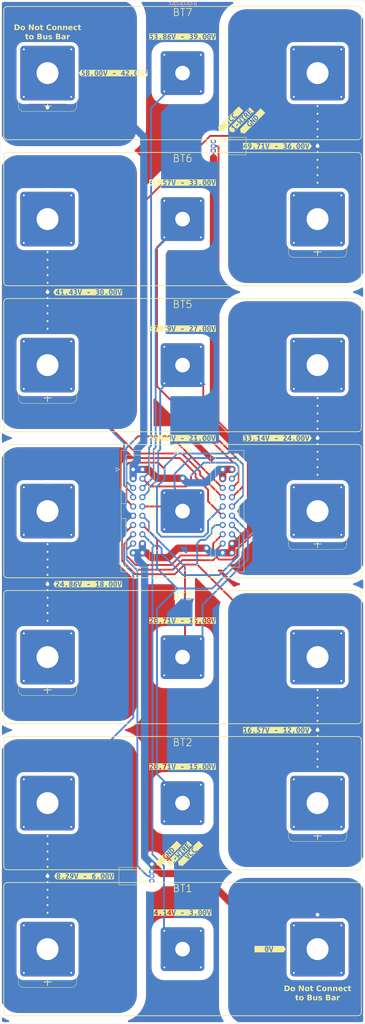
<source format=kicad_pcb>
(kicad_pcb (version 20241229) (generator "pcbnew") (generator_version "9.0")
  (layers (0 "F.Cu" signal) (2 "B.Cu" signal) (13 "F.Paste" user) (15 "B.Paste" user) (5 "F.SilkS" user "F.Silkscreen") (7 "B.SilkS" user "B.Silkscreen") (1 "F.Mask" user) (3 "B.Mask" user) (25 "Edge.Cuts" user))
  (net 0 "")
  (net 1 "/CELL1")
  (net 2 "GND")
  (net 3 "/CELL2")
  (net 4 "/CELL3")
  (net 5 "/CELL4")
  (net 6 "/CELL6")
  (net 7 "/CELL5")
  (net 8 "/CELL7")
  (net 9 "/CELL8")
  (net 10 "/CELL9")
  (net 11 "/CELL10")
  (net 12 "/CELL12")
  (net 13 "/CELL11")
  (net 14 "VBUS")
  (net 15 "/CELL13")
  (net 16 "/1-Wire-Data")
  (net 19 "Net-(BT1-+)")
  (net 20 "Net-(BT1---Pad3)")
  (net 21 "Net-(BT2---Pad3)")
  (net 22 "Net-(BT2-+)")
  (net 23 "Net-(BT3-+)")
  (net 24 "Net-(BT3---Pad3)")
  (net 25 "Net-(BT4---Pad3)")
  (net 26 "Net-(BT4-+)")
  (net 27 "Net-(BT5-+)")
  (net 28 "Net-(BT5---Pad3)")
  (net 29 "Net-(BT6---Pad3)")
  (net 30 "Net-(BT6-+)")
  (net 31 "Net-(BT7---Pad3)")
  (net 32 "Net-(BT7-+)")
  (footprint "PCM_JLCPCB:R_1206" (layer "F.Cu") (at 18 147.92 -90)
    (property "Reference" "R17" (hide yes))
    (property "Value" "1Ω")
  )
  (footprint "kibuzzard-680EEA19" (layer "F.Cu") (at 69 33.319474 45)
    (property "Reference" "kibuzzard-680EEA19" (hide yes))
    (property "Value" "G***" (hide yes))
  )
  (footprint "PCM_JLCPCB:R_1206" (layer "F.Cu") (at 82 187.92 -90)
    (property "Reference" "R19" (hide yes))
    (property "Value" "1Ω")
  )
  (footprint "PCM_JLCPCB:R_1206" (layer "F.Cu") (at 92 212 -90)
    (property "Reference" "R22" (hide yes))
    (property "Value" "1Ω")
  )
  (footprint "PCM_JLCPCB:R_1206" (layer "F.Cu") (at 8 172 -90)
    (property "Reference" "R16" (hide yes))
    (property "Value" "1Ω")
  )
  (footprint "PCM_JLCPCB:R_1206" (layer "F.Cu") (at 18 172 -90)
    (property "Reference" "R18" (hide yes))
    (property "Value" "1Ω")
  )
  (footprint "kibuzzard-680EF203" (layer "F.Cu") (at 50 50)
    (property "Reference" "kibuzzard-680EF203" (hide yes))
    (property "Value" "G***" (hide yes))
  )
  (footprint "kibuzzard-680EF474" (layer "F.Cu") (at 76 200)
    (property "Reference" "kibuzzard-680EF474" (hide yes))
    (property "Value" "G***" (hide yes))
  )
  (footprint "kibuzzard-680EF361" (layer "F.Cu") (at 31 20)
    (property "Reference" "kibuzzard-680EF361" (hide yes))
    (property "Value" "G***" (hide yes))
  )
  (footprint "PCM_JLCPCB:R_1206" (layer "F.Cu") (at 82 27.96 -90)
    (property "Reference" "R7" (hide yes))
    (property "Value" "1Ω")
  )
  (footprint "PCM_JLCPCB:R_1206" (layer "F.Cu") (at 82 212 -90)
    (property "Reference" "R20" (hide yes))
    (property "Value" "1Ω")
  )
  (footprint "PCM_JLCPCB:R_1206" (layer "F.Cu") (at 82 107.92 -90)
    (property "Reference" "R11" (hide yes))
    (property "Value" "1Ω")
  )
  (footprint "PCM_JLCPCB:R_1206" (layer "F.Cu") (at 92 132 -90)
    (property "Reference" "R14" (hide yes))
    (property "Value" "1Ω")
  )
  (footprint "PCM_JLCPCB:R_1206" (layer "F.Cu") (at 18 92 -90)
    (property "Reference" "R10" (hide yes))
    (property "Value" "1Ω")
  )
  (footprint "kibuzzard-680EF17D" (layer "F.Cu") (at 50 210)
    (property "Reference" "kibuzzard-680EF17D" (hide yes))
    (property "Value" "G***" (hide yes))
  )
  (footprint "PCM_JLCPCB:R_1206" (layer "F.Cu") (at 92 252.04 90)
    (property "Reference" "R29" (hide yes))
    (property "Value" "1Ω")
  )
  (footprint "Custom-Footprints:Nissan-Leaf-Gen1-2S-LH+" (layer "F.Cu") (at 50 260)
    (property "Reference" "BT1")
    (property "Value" "Nissan-Leaf-Gen1-2S-LH+")
  )
  (footprint "kibuzzard-680EEAED" (layer "F.Cu") (at 74 260)
    (property "Reference" "kibuzzard-680EEAED" (hide yes))
    (property "Value" "G***" (hide yes))
  )
  (footprint "kibuzzard-680EEA42" (layer "F.Cu") (at 63 32.778005 45)
    (property "Reference" "kibuzzard-680EEA42" (hide yes))
    (property "Value" "G***" (hide yes))
  )
  (footprint "PCM_JLCPCB:R_1206" (layer "F.Cu") (at 92 27.96 -90)
    (property "Reference" "R2" (hide yes))
    (property "Value" "1Ω")
  )
  (footprint "PCM_JLCPCB:R_1206" (layer "F.Cu") (at 8 92 -90)
    (property "Reference" "R5" (hide yes))
    (property "Value" "1Ω")
  )
  (footprint "PCM_JLCPCB:R_1206" (layer "F.Cu") (at 8 67.92 -90)
    (property "Reference" "R4" (hide yes))
    (property "Value" "1Ω")
  )
  (footprint "kibuzzard-680EEA42" (layer "F.Cu") (at 52 234 45)
    (property "Reference" "kibuzzard-680EEA42" (hide yes))
    (property "Value" "G***" (hide yes))
  )
  (footprint "Custom-Footprints:Nissan-Leaf-Gen1-2S-RH+" (layer "F.Cu") (at 50 60)
    (property "Reference" "BT6")
    (property "Value" "Nissan-Leaf-Gen1-2S-RH+")
  )
  (footprint "PCM_JLCPCB:R_1206" (layer "F.Cu") (at 8 227.92 -90)
    (property "Reference" "R23" (hide yes))
    (property "Value" "1Ω")
  )
  (footprint "PCM_JLCPCB:R_1206" (layer "F.Cu") (at 82 52.04 -90)
    (property "Reference" "R3" (hide yes))
    (property "Value" "1Ω")
  )
  (footprint "Custom-Footprints:Nissan-Leaf-Gen1-2S-RH+" (layer "F.Cu") (at 50 220)
    (property "Reference" "BT2")
    (property "Value" "Nissan-Leaf-Gen1-2S-RH+")
  )
  (footprint "Package_TO_SOT_THT:TO-92_Inline_Horizontal1" (layer "F.Cu") (at 58.43 41.27 90)
    (property "Reference" "U2" (hide yes))
    (property "Value" "DS18B20")
  )
  (footprint "Custom-Footprints:Nissan-Leaf-Gen1-2S-RH+" (layer "F.Cu") (at 50 140)
    (property "Reference" "BT4")
    (property "Value" "Nissan-Leaf-Gen1-2S-RH+")
  )
  (footprint "kibuzzard-680EEA00" (layer "F.Cu") (at 66 33 45)
    (property "Reference" "kibuzzard-680EEA00" (hide yes))
    (property "Value" "G***" (hide yes))
  )
  (footprint "Package_TO_SOT_THT:TO-92_Inline_Horizontal1" (layer "F.Cu") (at 41.57 238.73 -90)
    (property "Reference" "U1" (hide yes))
    (property "Value" "DS18B20")
  )
  (footprint "kibuzzard-680EEA00" (layer "F.Cu") (at 49 234 45)
    (property "Reference" "kibuzzard-680EEA00" (hide yes))
    (property "Value" "G***" (hide yes))
  )
  (footprint "kibuzzard-680EF2FD" (layer "F.Cu") (at 24 160)
    (property "Reference" "kibuzzard-680EF2FD" (hide yes))
    (property "Value" "G***" (hide yes))
  )
  (footprint "kibuzzard-680EF18E" (layer "F.Cu") (at 50 170)
    (property "Reference" "kibuzzard-680EF18E" (hide yes))
    (property "Value" "G***" (hide yes))
  )
  (footprint "PCM_JLCPCB:R_1206" (layer "F.Cu") (at 18 67.92 -90)
    (property "Reference" "R9" (hide yes))
    (property "Value" "1Ω")
  )
  (footprint "kibuzzard-680EF1E5" (layer "F.Cu") (at 50 90)
    (property "Reference" "kibuzzard-680EF1E5" (hide yes))
    (property "Value" "G***" (hide yes))
  )
  (footprint "PCM_JLCPCB:R_1206" (layer "F.Cu") (at 18 227.92 -90)
    (property "Reference" "R25" (hide yes))
    (property "Value" "1Ω")
  )
  (footprint "Connector_IDC:IDC-Header_2x10_P2.54mm_Vertical" (layer "F.Cu") (at 36.46 128.57)
    (property "Reference" "J1" (hide yes))
    (property "Value" "IDC Balence Connector")
  )
  (footprint "kibuzzard-680EF0B4" (layer "F.Cu") (at 50 250)
    (property "Reference" "kibuzzard-680EF0B4" (hide yes))
    (property "Value" "G***" (hide yes))
  )
  (footprint "kibuzzard-680EF51A" (layer "F.Cu") (at 76 120)
    (property "Reference" "kibuzzard-680EF51A" (hide yes))
    (property "Value" "G***" (hide yes))
  )
  (footprint "kibuzzard-680EF343" (layer "F.Cu") (at 24 80)
    (property "Reference" "kibuzzard-680EF343" (hide yes))
    (property "Value" "G***" (hide yes))
  )
  (footprint "PCM_JLCPCB:R_1206" (layer "F.Cu") (at 92 187.92 -90)
    (property "Reference" "R21" (hide yes))
    (property "Value" "1Ω")
  )
  (footprint "PCM_JLCPCB:R_1206" (layer "F.Cu") (at 8 252 -90)
    (property "Reference" "R24" (hide yes))
    (property "Value" "1Ω")
  )
  (footprint "Custom-Footprints:Nissan-Leaf-Gen1-2S-LH+" (layer "F.Cu") (at 50 20)
    (property "Reference" "BT7")
    (property "Value" "Nissan-Leaf-Gen1-2S-LH+")
  )
  (footprint "PCM_JLCPCB:R_1206" (layer "F.Cu") (at 8 147.92 -90)
    (property "Reference" "R15" (hide yes))
    (property "Value" "1Ω")
  )
  (footprint "kibuzzard-680EF59B" (layer "F.Cu") (at 76 40)
    (property "Reference" "kibuzzard-680EF59B" (hide yes))
    (property "Value" "G***" (hide yes))
  )
  (footprint "PCM_JLCPCB:R_1206" (layer "F.Cu") (at 82 252.04 90)
    (property "Reference" "R27" (hide yes))
    (property "Value" "1Ω")
  )
  (footprint "Connector_IDC:IDC-Header_2x10_P2.54mm_Vertical" (layer "F.Cu") (at 61 128.57)
    (property "Reference" "J2" (hide yes))
    (property "Value" "IDC Balence Connector")
  )
  (footprint "PCM_JLCPCB:R_1206" (layer "F.Cu") (at 82 132 -90)
    (property "Reference" "R12" (hide yes))
    (property "Value" "1Ω")
  )
  (footprint "kibuzzard-680EF1BA" (layer "F.Cu") (at 50 120)
    (property "Reference" "kibuzzard-680EF1BA" (hide yes))
    (property "Value" "G***" (hide yes))
  )
  (footprint "kibuzzard-680EEA19" (layer "F.Cu") (at 46 234 45)
    (property "Reference" "kibuzzard-680EEA19" (hide yes))
    (property "Value" "G***" (hide yes))
  )
  (footprint "PCM_JLCPCB:R_1206" (layer "F.Cu") (at 18 252 -90)
    (property "Reference" "R26" (hide yes))
    (property "Value" "1Ω")
  )
  (footprint "PCM_JLCPCB:R_1206" (layer "F.Cu") (at 92 107.92 -90)
    (property "Reference" "R13" (hide yes))
    (property "Value" "1Ω")
  )
  (footprint "PCM_JLCPCB:R_1206" (layer "F.Cu") (at 8 27.96 90)
    (property "Reference" "R1" (hide yes))
    (property "Value" "1Ω")
  )
  (footprint "PCM_JLCPCB:R_1206" (layer "F.Cu") (at 18 27.96 90)
    (property "Reference" "R6" (hide yes))
    (property "Value" "1Ω")
  )
  (footprint "kibuzzard-680EF230" (layer "F.Cu") (at 50 10)
    (property "Reference" "kibuzzard-680EF230" (hide yes))
    (property "Value" "G***" (hide yes))
  )
  (footprint "Custom-Footprints:Nissan-Leaf-Gen1-2S-LH+" (layer "F.Cu") (at 50 180)
    (property "Reference" "BT3")
    (property "Value" "Nissan-Leaf-Gen1-2S-LH+")
  )
  (footprint "Custom-Footprints:Nissan-Leaf-Gen1-2S-LH+" (layer "F.Cu") (at 50 100)
    (property "Reference" "BT5")
    (property "Value" "Nissan-Leaf-Gen1-2S-LH+")
  )
  (footprint "PCM_JLCPCB:R_1206" (layer "F.Cu") (at 92 52.04 -90)
    (property "Reference" "R8" (hide yes))
    (property "Value" "1Ω")
  )
  (footprint "kibuzzard-680EF2D1" (layer "F.Cu") (at 23 240)
    (property "Reference" "kibuzzard-680EF2D1" (hide yes))
    (property "Value" "G***" (hide yes))
  )
  (footprint "PCM_JLCPCB:Part_Num_JLCPCB" (layer "B.Cu") (at 50 1 180)
    (property "Reference" "PN1" (hide yes))
    (property "Value" "~" (hide yes))
  )
  (gr_line (start 87 189) (end 87 211) (stroke (width 0.5) (type dot)) (layer "F.SilkS"))
  (gr_line (start 87 29) (end 87 51) (stroke (width 0.5) (type dot)) (layer "F.SilkS"))
  (gr_line (start 87 109) (end 87 131) (stroke (width 0.5) (type dot)) (layer "F.SilkS"))
  (gr_line (start 13 149) (end 13 171) (stroke (width 0.5) (type dot)) (layer "F.SilkS"))
  (gr_line (start 13 69) (end 13 91) (stroke (width 0.5) (type dot)) (layer "F.SilkS"))
  (gr_line (start 13 229) (end 13 251) (stroke (width 0.5) (type dot)) (layer "F.SilkS"))
  (gr_arc (start 0 1) (mid 0.292893 0.292893) (end 1 0) (stroke (width 0.05)) (layer "Edge.Cuts"))
  (gr_line (start 99 280.5) (end 1 280.5) (stroke (width 0.05)) (layer "Edge.Cuts"))
  (gr_arc (start 100 279.5) (mid 99.707107 280.207107) (end 99 280.5) (stroke (width 0.05)) (layer "Edge.Cuts"))
  (gr_line (start 100 1) (end 100 279.5) (stroke (width 0.05)) (layer "Edge.Cuts"))
  (gr_arc (start 1 280.5) (mid 0.292893 280.207107) (end 0 279.5) (stroke (width 0.05)) (layer "Edge.Cuts"))
  (gr_arc (start 99 0) (mid 99.707107 0.292893) (end 100 1) (stroke (width 0.05)) (layer "Edge.Cuts"))
  (gr_line (start 0 279.5) (end 0 1) (stroke (width 0.05)) (layer "Edge.Cuts"))
  (gr_line (start 1 0) (end 99 0) (stroke (width 0.05)) (layer "Edge.Cuts"))
  (gr_text "Do Not Connect\nto Bus Bar" (at 87 270 0) (layer "F.SilkS") (effects (font (size 1.5 1.5) (thickness 0.3) (bold yes)) (justify top)))
  (gr_text "Do Not Connect\nto Bus Bar" (at 13 11 0) (layer "F.SilkS") (effects (font (size 1.5 1.5) (thickness 0.3) (bold yes)) (justify bottom)))
  (segment (start 39.0763 146.35) (end 42.1031 149.3768) (width 0.5) (layer "B.Cu") (net 1))
  (segment (start 42.2357 149.5052) (end 42.1031 149.6378) (width 0.5) (layer "B.Cu") (net 1))
  (segment (start 41.7462 149.9947) (end 41.7462 234.0322) (width 0.5) (layer "B.Cu") (net 1))
  (segment (start 41.7462 234.0322) (end 44.9114 237.1974) (width 0.5) (layer "B.Cu") (net 1))
  (segment (start 42.1031 149.3768) (end 42.1031 149.6378) (width 0.5) (layer "B.Cu") (net 1))
  (segment (start 44.2708 150.2374) (end 43.5386 149.5052) (width 0.5) (layer "B.Cu") (net 1))
  (segment (start 44.2708 151.662) (end 44.2708 150.2374) (width 0.5) (layer "B.Cu") (net 1))
  (segment (start 65.39 152.1963) (end 60.0492 157.5371) (width 0.5) (layer "B.Cu") (net 1))
  (segment (start 44.9114 237.1974) (end 44.9114 254.004) (width 0.5) (layer "B.Cu") (net 1))
  (segment (start 50.1459 157.5371) (end 44.2708 151.662) (width 0.5) (layer "B.Cu") (net 1))
  (segment (start 44.9114 254.004) (end 50 260) (width 0.5) (layer "B.Cu") (net 1))
  (segment (start 63.6163 146.35) (end 65.39 148.1237) (width 0.5) (layer "B.Cu") (net 1))
  (segment (start 65.39 148.1237) (end 65.39 152.1963) (width 0.5) (layer "B.Cu") (net 1))
  (segment (start 43.5386 149.5052) (end 42.2357 149.5052) (width 0.5) (layer "B.Cu") (net 1))
  (segment (start 42.1031 149.6378) (end 41.7462 149.9947) (width 0.5) (layer "B.Cu") (net 1))
  (segment (start 60.0492 157.5371) (end 50.1459 157.5371) (width 0.5) (layer "B.Cu") (net 1))
  (segment (start 55.1802 239.2802) (end 44.1658 239.2802) (width 2) (layer "F.Cu") (net 2))
  (segment (start 58.4832 41.545) (end 58.4832 41.795) (width 0.5) (layer "F.Cu") (net 2))
  (segment (start 66.48 250.58) (end 55.1802 239.2802) (width 2) (layer "F.Cu") (net 2))
  (segment (start 87 250.58) (end 66.48 250.58) (width 2) (layer "F.Cu") (net 2))
  (segment (start 42.32 239.005) (end 43.7994 239.005) (width 0.5) (layer "F.Cu") (net 2))
  (segment (start 64.677 148.89) (end 63.54 148.89) (width 2) (layer "F.Cu") (net 2))
  (segment (start 68.64 144.927) (end 64.677 148.89) (width 2) (layer "F.Cu") (net 2))
  (segment (start 40.1516 151.43) (end 36.46 151.43) (width 2) (layer "F.Cu") (net 2))
  (segment (start 48.6675 150.1516) (end 46.0639 152.7552) (width 2) (layer "F.Cu") (net 2))
  (segment (start 61 151.43) (end 63.54 151.43) (width 2) (layer "F.Cu") (net 2))
  (segment (start 56.5786 150.1516) (end 48.6675 150.1516) (width 2) (layer "F.Cu") (net 2))
  (segment (start 43.7994 239.005) (end 44.0746 239.2802) (width 0.5) (layer "F.Cu") (net 2))
  (segment (start 58.4832 43.2199) (end 58.4832 116.0832) (width 2) (layer "F.Cu") (net 2))
  (segment (start 58.4832 41.795) (end 58.4832 43.2199) (width 0.5) (layer "F.Cu") (net 2))
  (segment (start 58.4832 116.0832) (end 68.64 126.24) (width 2) (layer "F.Cu") (net 2))
  (segment (start 68.64 126.24) (end 68.64 144.927) (width 2) (layer "F.Cu") (net 2))
  (segment (start 42.07 239.005) (end 42.32 239.005) (width 0.5) (layer "F.Cu") (net 2))
  (segment (start 63.54 148.89) (end 63.54 151.43) (width 2) (layer "F.Cu") (net 2))
  (segment (start 41.4768 152.7552) (end 40.1516 151.43) (width 2) (layer "F.Cu") (net 2))
  (segment (start 46.0639 152.7552) (end 41.4768 152.7552) (width 2) (layer "F.Cu") (net 2))
  (segment (start 92 250.58) (end 87 250.58) (width 2) (layer "F.Cu") (net 2))
  (segment (start 44.1658 239.2802) (end 41.5906 236.705) (width 2) (layer "F.Cu") (net 2))
  (via (at 87 250.58) (size 2) (drill 1) (layers "F.Cu" "B.Cu") (net 2))
  (via (at 56.5786 150.1516) (size 2) (drill 1) (layers "F.Cu" "B.Cu") (net 2))
  (via (at 41.5906 236.705) (size 2) (drill 1) (layers "F.Cu" "B.Cu") (net 2))
  (segment (start 39.6233 155.2131) (end 37.73 153.3198) (width 2) (layer "B.Cu") (net 2))
  (segment (start 61 151.43) (end 57.857 151.43) (width 2) (layer "B.Cu") (net 2))
  (segment (start 39.6233 234.7377) (end 39.6233 155.2131) (width 2) (layer "B.Cu") (net 2))
  (segment (start 37.599 152.569) (end 37.73 152.569) (width 0.5) (layer "B.Cu") (net 2))
  (segment (start 41.5906 236.705) (end 39.6233 234.7377) (width 2) (layer "B.Cu") (net 2))
  (segment (start 37.73 153.3198) (end 37.73 152.569) (width 2) (layer "B.Cu") (net 2))
  (segment (start 37.861 152.569) (end 37.73 152.569) (width 0.5) (layer "B.Cu") (net 2))
  (segment (start 41.5906 238.205) (end 41.5906 236.705) (width 0.5) (layer "B.Cu") (net 2))
  (segment (start 39 148.89) (end 39 151.43) (width 2) (layer "B.Cu") (net 2))
  (segment (start 39 151.43) (end 37.861 152.569) (width 0.5) (layer "B.Cu") (net 2))
  (segment (start 39 151.43) (end 36.46 151.43) (width 2) (layer "B.Cu") (net 2))
  (segment (start 41.5906 238.455) (end 41.5906 238.205) (width 0.5) (layer "B.Cu") (net 2))
  (segment (start 57.857 151.43) (end 56.6304 150.2034) (width 2) (layer "B.Cu") (net 2))
  (segment (start 36.46 151.43) (end 37.599 152.569) (width 0.5) (layer "B.Cu") (net 2))
  (segment (start 58.3869 148.8868) (end 58.3869 150.931) (width 0.5) (layer "F.Cu") (net 3))
  (segment (start 37.1689 154.7552) (end 34.61 152.1963) (width 0.5) (layer "F.Cu") (net 3))
  (segment (start 60.9237 146.35) (end 58.3869 148.8868) (width 0.5) (layer "F.Cu") (net 3))
  (segment (start 34.61 148.1237) (end 36.3837 146.35) (width 0.5) (layer "F.Cu") (net 3))
  (segment (start 46.8923 154.7552) (end 37.1689 154.7552) (width 0.5) (layer "F.Cu") (net 3))
  (segment (start 58.3869 150.931) (end 57.1663 152.1516) (width 0.5) (layer "F.Cu") (net 3))
  (segment (start 49.4959 152.1516) (end 46.8923 154.7552) (width 0.5) (layer "F.Cu") (net 3))
  (segment (start 57.1663 152.1516) (end 49.4959 152.1516) (width 0.5) (layer "F.Cu") (net 3))
  (segment (start 34.61 152.1963) (end 34.61 148.1237) (width 0.5) (layer "F.Cu") (net 3))
  (via (at 13 240) (size 2) (drill 1) (layers "F.Cu" "B.Cu") (net 3))
  (segment (start 33.982 148.9843) (end 33.982 154.582) (width 0.5) (layer "B.Cu") (net 3))
  (segment (start 36.5 146.4663) (end 33.982 148.9843) (width 0.5) (layer "B.Cu") (net 3))
  (segment (start 36.5 157.1) (end 36.5 196.5714) (width 0.5) (layer "B.Cu") (net 3))
  (segment (start 33.982 154.582) (end 36.5 157.1) (width 0.5) (layer "B.Cu") (net 3))
  (segment (start 36.5 196.5714) (end 25 208.0714) (width 0.5) (layer "B.Cu") (net 3))
  (segment (start 25 208.0714) (end 25 213) (width 0.5) (layer "B.Cu") (net 3))
  (segment (start 43.0208 150.7552) (end 43.0208 147.7545) (width 0.5) (layer "F.Cu") (net 4))
  (segment (start 43.0208 147.7545) (end 39.0763 143.81) (width 0.5) (layer "F.Cu") (net 4))
  (via (at 43.0208 150.7552) (size 0.5) (drill 0.3) (layers "F.Cu" "B.Cu") (net 4))
  (segment (start 63.6163 143.81) (end 66.64 146.8337) (width 0.5) (layer "B.Cu") (net 4))
  (segment (start 42.9962 212.0475) (end 44.9114 213.9627) (width 0.5) (layer "B.Cu") (net 4))
  (segment (start 42.9962 166.7178) (end 42.9962 212.0475) (width 0.5) (layer "B.Cu") (net 4))
  (segment (start 48.523 161.191) (end 42.9962 166.7178) (width 0.5) (layer "B.Cu") (net 4))
  (segment (start 48.523 161.191) (end 43.0208 155.6888) (width 0.5) (layer "B.Cu") (net 4))
  (segment (start 43.0208 155.6888) (end 43.0208 150.7552) (width 0.5) (layer "B.Cu") (net 4))
  (segment (start 66.64 146.8337) (end 66.64 152.7141) (width 0.5) (layer "B.Cu") (net 4))
  (segment (start 44.9114 214.004) (end 50 220) (width 0.5) (layer "B.Cu") (net 4))
  (segment (start 44.9114 213.9627) (end 44.9114 214.004) (width 0.5) (layer "B.Cu") (net 4))
  (segment (start 58.1631 161.191) (end 48.523 161.191) (width 0.5) (layer "B.Cu") (net 4))
  (segment (start 66.64 152.7141) (end 58.1631 161.191) (width 0.5) (layer "B.Cu") (net 4))
  (segment (start 33.36 153.546) (end 37.1055 157.2915) (width 0.5) (layer "F.Cu") (net 5))
  (segment (start 33.36 146.8337) (end 33.36 153.546) (width 0.5) (layer "F.Cu") (net 5))
  (segment (start 72.2253 172.8466) (end 54.0303 154.6516) (width 0.5) (layer "F.Cu") (net 5))
  (segment (start 37.1055 157.2915) (end 47.8915 157.2915) (width 0.5) (layer "F.Cu") (net 5))
  (segment (start 47.8915 157.2915) (end 50.5314 154.6516) (width 0.5) (layer "F.Cu") (net 5))
  (segment (start 36.3837 143.81) (end 33.36 146.8337) (width 0.5) (layer "F.Cu") (net 5))
  (segment (start 50.5314 154.6516) (end 54.0303 154.6516) (width 0.5) (layer "F.Cu") (net 5))
  (via (at 87 200) (size 2) (drill 1) (layers "F.Cu" "B.Cu") (net 5))
  (via (at 54.0303 154.6516) (size 0.5) (drill 0.3) (layers "F.Cu" "B.Cu") (net 5))
  (segment (start 58.99 143.81) (end 57.9 144.9) (width 0.5) (layer "B.Cu") (net 5))
  (segment (start 54.9 147.9) (end 54.0303 148.7697) (width 0.5) (layer "B.Cu") (net 5))
  (segment (start 61 143.81) (end 58.99 143.81) (width 0.5) (layer "B.Cu") (net 5))
  (segment (start 57.9 146.2) (end 56.2 147.9) (width 0.5) (layer "B.Cu") (net 5))
  (segment (start 54.0303 148.7697) (end 54.0303 154.6516) (width 0.5) (layer "B.Cu") (net 5))
  (segment (start 57.9 144.9) (end 57.9 146.2) (width 0.5) (layer "B.Cu") (net 5))
  (segment (start 56.2 147.9) (end 54.9 147.9) (width 0.5) (layer "B.Cu") (net 5))
  (segment (start 56.9959 137.3422) (end 56.9959 134.1621) (width 0.5) (layer "F.Cu") (net 6))
  (segment (start 60.9237 141.27) (end 56.9959 137.3422) (width 0.5) (layer "F.Cu") (net 6))
  (segment (start 53.5607 130.7269) (end 53.5607 129.7231) (width 0.5) (layer "F.Cu") (net 6))
  (segment (start 26 126.8571) (end 26 134) (width 0.5) (layer "F.Cu") (net 6))
  (segment (start 27.3881 125.469) (end 26 126.8571) (width 0.5) (layer "F.Cu") (net 6))
  (segment (start 56.9959 134.1621) (end 53.5607 130.7269) (width 0.5) (layer "F.Cu") (net 6))
  (segment (start 49.3066 125.469) (end 27.3881 125.469) (width 0.5) (layer "F.Cu") (net 6))
  (segment (start 53.5607 129.7231) (end 49.3066 125.469) (width 0.5) (layer "F.Cu") (net 6))
  (via (at 13 160) (size 2) (drill 1) (layers "F.Cu" "B.Cu") (net 6))
  (segment (start 50.6637 174.2462) (end 50 180) (width 0.5) (layer "F.Cu") (net 7))
  (segment (start 50.6637 173.9962) (end 50.6637 174.2462) (width 0.5) (layer "F.Cu") (net 7))
  (segment (start 50.6637 156.2871) (end 50.6637 173.9962) (width 0.5) (layer "F.Cu") (net 7))
  (via (at 50.6637 156.2871) (size 0.5) (drill 0.3) (layers "F.Cu" "B.Cu") (net 7))
  (segment (start 50.6637 155.2653) (end 50.6637 156.2871) (width 0.5) (layer "B.Cu") (net 7))
  (segment (start 40.85 143.0437) (end 40.85 145.4516) (width 0.5) (layer "B.Cu") (net 7))
  (segment (start 55.4624 174.1147) (end 55.4692 174.1079) (width 0.5) (layer "B.Cu") (net 7))
  (segment (start 40.85 145.4516) (end 50.6637 155.2653) (width 0.5) (layer "B.Cu") (net 7))
  (segment (start 55.4692 165.6526) (end 67.89 153.2318) (width 0.5) (layer "B.Cu") (net 7))
  (segment (start 50 180) (end 55.4624 174.1148) (width 0.5) (layer "B.Cu") (net 7))
  (segment (start 55.4624 174.1148) (end 55.4624 174.1147) (width 0.5) (layer "B.Cu") (net 7))
  (segment (start 39.0763 141.27) (end 40.85 143.0437) (width 0.5) (layer "B.Cu") (net 7))
  (segment (start 67.89 153.2318) (end 67.89 145.5437) (width 0.5) (layer "B.Cu") (net 7))
  (segment (start 67.89 145.5437) (end 63.6163 141.27) (width 0.5) (layer "B.Cu") (net 7))
  (segment (start 55.4692 174.1079) (end 55.4692 165.6526) (width 0.5) (layer "B.Cu") (net 7))
  (segment (start 43.9962 138.73) (end 44.2462 138.73) (width 0.5) (layer "F.Cu") (net 8))
  (segment (start 44.2462 138.73) (end 50 140) (width 0.5) (layer "F.Cu") (net 8))
  (segment (start 39 138.73) (end 43.9962 138.73) (width 0.5) (layer "F.Cu") (net 8))
  (segment (start 47.8 133.7448) (end 48.0514 133.9962) (width 0.5) (layer "B.Cu") (net 8))
  (segment (start 48.0514 134.2462) (end 50 140) (width 0.5) (layer "B.Cu") (net 8))
  (segment (start 66.64 135.7063) (end 66.64 127.2859) (width 0.5) (layer "B.Cu") (net 8))
  (segment (start 64.8231 125.469) (end 52.131 125.469) (width 0.5) (layer "B.Cu") (net 8))
  (segment (start 47.8 129.8) (end 47.8 133.7448) (width 0.5) (layer "B.Cu") (net 8))
  (segment (start 63.6163 138.73) (end 66.64 135.7063) (width 0.5) (layer "B.Cu") (net 8))
  (segment (start 52.131 125.469) (end 47.8 129.8) (width 0.5) (layer "B.Cu") (net 8))
  (segment (start 66.64 127.2859) (end 64.8231 125.469) (width 0.5) (layer "B.Cu") (net 8))
  (segment (start 48.0514 133.9962) (end 48.0514 134.2462) (width 0.5) (layer "B.Cu") (net 8))
  (segment (start 35.342 126.719) (end 34.609 127.452) (width 0.5) (layer "F.Cu") (net 9))
  (segment (start 34.609 127.452) (end 34.609 136.9553) (width 0.5) (layer "F.Cu") (net 9))
  (segment (start 43.319 126.719) (end 35.342 126.719) (width 0.5) (layer "F.Cu") (net 9))
  (segment (start 34.609 136.9553) (end 36.3837 138.73) (width 0.5) (layer "F.Cu") (net 9))
  (segment (start 45.1 128.5) (end 43.319 126.719) (width 0.5) (layer "F.Cu") (net 9))
  (via (at 87 120) (size 2) (drill 1) (layers "F.Cu" "B.Cu") (net 9))
  (via (at 45.1 128.5) (size 0.5) (drill 0.3) (layers "F.Cu" "B.Cu") (net 9))
  (segment (start 42.9962 145.83) (end 44.17 147.0038) (width 0.5) (layer "B.Cu") (net 9))
  (segment (start 48.5907 124.2286) (end 62.3486 124.2286) (width 0.5) (layer "B.Cu") (net 9))
  (segment (start 56.9959 145.8379) (end 56.9959 142.6578) (width 0.5) (layer "B.Cu") (net 9))
  (segment (start 62.3486 124.2286) (end 76 110.5772) (width 0.5) (layer "B.Cu") (net 9))
  (segment (start 56.9959 142.6578) (end 60.9237 138.73) (width 0.5) (layer "B.Cu") (net 9))
  (segment (start 55.83 147.0038) (end 56.9959 145.8379) (width 0.5) (layer "B.Cu") (net 9))
  (segment (start 45.1 127.7193) (end 48.5907 124.2286) (width 0.5) (layer "B.Cu") (net 9))
  (segment (start 76 110.5772) (end 76 106) (width 0.5) (layer "B.Cu") (net 9))
  (segment (start 45.1 131.1618) (end 42.9962 133.2656) (width 0.5) (layer "B.Cu") (net 9))
  (segment (start 45.1 128.5) (end 45.1 131.1618) (width 0.5) (layer "B.Cu") (net 9))
  (segment (start 42.9962 133.2656) (end 42.9962 145.83) (width 0.5) (layer "B.Cu") (net 9))
  (segment (start 45.1 128.5) (end 45.1 127.7193) (width 0.5) (layer "B.Cu") (net 9))
  (segment (start 44.17 147.0038) (end 55.83 147.0038) (width 0.5) (layer "B.Cu") (net 9))
  (segment (start 66.64 127.2859) (end 55.6816 116.3275) (width 0.5) (layer "F.Cu") (net 10))
  (segment (start 55.6816 116.3275) (end 55.6816 105.7531) (width 0.5) (layer "F.Cu") (net 10))
  (segment (start 55.6816 105.7531) (end 55 105.0715) (width 0.5) (layer "F.Cu") (net 10))
  (segment (start 63.6163 136.19) (end 66.64 133.1663) (width 0.5) (layer "F.Cu") (net 10))
  (segment (start 55.2747 105.2747) (end 55.9601 105.2747) (width 0.5) (layer "F.Cu") (net 10))
  (segment (start 66.64 133.1663) (end 66.64 127.2859) (width 0.5) (layer "F.Cu") (net 10))
  (segment (start 55.9601 105.2747) (end 50 100) (width 0.5) (layer "F.Cu") (net 10))
  (segment (start 43.879 106.8188) (end 44.7252 105.9726) (width 0.5) (layer "B.Cu") (net 10))
  (segment (start 40.85 134.4163) (end 40.85 133.6441) (width 0.5) (layer "B.Cu") (net 10))
  (segment (start 40.85 133.6441) (end 43.35 131.1441) (width 0.5) (layer "B.Cu") (net 10))
  (segment (start 39.0763 136.19) (end 40.85 134.4163) (width 0.5) (layer "B.Cu") (net 10))
  (segment (start 43.35 123.6085) (end 43.879 123.0795) (width 0.5) (layer "B.Cu") (net 10))
  (segment (start 44.7252 105.9601) (end 50 100) (width 0.5) (layer "B.Cu") (net 10))
  (segment (start 44.7252 105.9726) (end 44.7252 105.9601) (width 0.5) (layer "B.Cu") (net 10))
  (segment (start 43.879 123.0795) (end 43.879 106.8188) (width 0.5) (layer "B.Cu") (net 10))
  (segment (start 43.35 131.1441) (end 43.35 123.6085) (width 0.5) (layer "B.Cu") (net 10))
  (segment (start 54.8107 130.077) (end 54.8107 129.2054) (width 0.5) (layer "F.Cu") (net 11))
  (segment (start 60.9237 136.19) (end 54.8107 130.077) (width 0.5) (layer "F.Cu") (net 11))
  (segment (start 37.3619 124.219) (end 28 114.8571) (width 0.5) (layer "F.Cu") (net 11))
  (segment (start 49.8243 124.219) (end 37.3619 124.219) (width 0.5) (layer "F.Cu") (net 11))
  (segment (start 28 114.8571) (end 28 112) (width 0.5) (layer "F.Cu") (net 11))
  (segment (start 54.8107 129.2054) (end 49.8243 124.219) (width 0.5) (layer "F.Cu") (net 11))
  (via (at 13 80) (size 2) (drill 1) (layers "F.Cu" "B.Cu") (net 11))
  (segment (start 33.981 121.4039) (end 27 114.4229) (width 0.5) (layer "B.Cu") (net 11))
  (segment (start 36.46 135.489892) (end 33.981 133.010892) (width 0.5) (layer "B.Cu") (net 11))
  (segment (start 33.981 133.010892) (end 33.981 121.4039) (width 0.5) (layer "B.Cu") (net 11))
  (segment (start 36.46 136.19) (end 36.46 135.489892) (width 0.5) (layer "B.Cu") (net 11))
  (segment (start 27 114.4229) (end 27 111) (width 0.5) (layer "B.Cu") (net 11))
  (segment (start 57.5733 37.205) (end 39.3 55.4783) (width 0.5) (layer "F.Cu") (net 12))
  (segment (start 39.3 119.4964) (end 38.5763 119.4964) (width 0.5) (layer "F.Cu") (net 12))
  (segment (start 46.7701 119.4964) (end 38.5763 119.4964) (width 0.5) (layer "F.Cu") (net 12))
  (segment (start 60.9237 133.65) (end 46.7701 119.4964) (width 0.5) (layer "F.Cu") (net 12))
  (segment (start 36.8 120.5) (end 37.8036 119.4964) (width 0.5) (layer "F.Cu") (net 12))
  (segment (start 39.3 55.4783) (end 39.3 119.4964) (width 0.5) (layer "F.Cu") (net 12))
  (segment (start 37.8036 119.4964) (end 38.5763 119.4964) (width 0.5) (layer "F.Cu") (net 12))
  (segment (start 69.1068 37.205) (end 57.5733 37.205) (width 0.5) (layer "F.Cu") (net 12))
  (via (at 87 40) (size 2) (drill 1) (layers "F.Cu" "B.Cu") (net 12))
  (via (at 36.8 120.5) (size 0.5) (drill 0.3) (layers "F.Cu" "B.Cu") (net 12))
  (segment (start 34.609 131.8753) (end 36.3837 133.65) (width 0.5) (layer "B.Cu") (net 12))
  (segment (start 36.8 120.5) (end 34.609 122.691) (width 0.5) (layer "B.Cu") (net 12))
  (segment (start 34.609 122.691) (end 34.609 131.8753) (width 0.5) (layer "B.Cu") (net 12))
  (segment (start 65.39 127.8037) (end 64.3063 126.72) (width 0.5) (layer "F.Cu") (net 13))
  (segment (start 64.3063 126.72) (end 63.8862 126.72) (width 0.5) (layer "F.Cu") (net 13))
  (segment (start 63.8862 126.72) (end 42.9962 105.83) (width 0.5) (layer "F.Cu") (net 13))
  (segment (start 44.7252 65.9726) (end 44.7252 65.9601) (width 0.5) (layer "F.Cu") (net 13))
  (segment (start 42.9962 105.83) (end 42.9962 67.7016) (width 0.5) (layer "F.Cu") (net 13))
  (segment (start 65.39 131.8763) (end 65.39 127.8037) (width 0.5) (layer "F.Cu") (net 13))
  (segment (start 42.9962 67.7016) (end 44.7252 65.9726) (width 0.5) (layer "F.Cu") (net 13))
  (segment (start 63.6163 133.65) (end 65.39 131.8763) (width 0.5) (layer "F.Cu") (net 13))
  (segment (start 44.7252 65.9601) (end 50 60) (width 0.5) (layer "F.Cu") (net 13))
  (segment (start 39.0763 133.65) (end 42.1 130.6263) (width 0.5) (layer "B.Cu") (net 13))
  (segment (start 42.1 123.0907) (end 42.629 122.5617) (width 0.5) (layer "B.Cu") (net 13))
  (segment (start 42.629 122.5617) (end 42.629 68.3196) (width 0.5) (layer "B.Cu") (net 13))
  (segment (start 42.1 130.6263) (end 42.1 123.0907) (width 0.5) (layer "B.Cu") (net 13))
  (segment (start 44.9114 66.0372) (end 44.9114 65.9959) (width 0.5) (layer "B.Cu") (net 13))
  (segment (start 44.9114 65.9959) (end 50 60) (width 0.5) (layer "B.Cu") (net 13))
  (segment (start 42.629 68.3196) (end 44.9114 66.0372) (width 0.5) (layer "B.Cu") (net 13))
  (segment (start 50.0514 130.9962) (end 42.9968 130.9962) (width 2) (layer "F.Cu") (net 14))
  (segment (start 13 29.42) (end 18 29.42) (width 2) (layer "F.Cu") (net 14))
  (segment (start 42.9968 130.9962) (end 40.5706 128.57) (width 2) (layer "F.Cu") (net 14))
  (segment (start 40.5706 128.57) (end 39 128.57) (width 2) (layer "F.Cu") (net 14))
  (segment (start 61 131.11) (end 61 128.57) (width 2) (layer "F.Cu") (net 14))
  (segment (start 8 29.42) (end 13 29.42) (width 2) (layer "F.Cu") (net 14))
  (segment (start 63.54 128.57) (end 61 128.57) (width 2) (layer "F.Cu") (net 14))
  (via (at 50.0514 130.9962) (size 2) (drill 1) (layers "F.Cu" "B.Cu") (net 14))
  (via (at 13 29.42) (size 2) (drill 1) (layers "F.Cu" "B.Cu") (net 14))
  (segment (start 36.46 128.57) (end 39 128.57) (width 2) (layer "B.Cu") (net 14))
  (segment (start 51.2961 132.2409) (end 56.2592 132.2409) (width 2) (layer "B.Cu") (net 14))
  (segment (start 36.9 35) (end 39.379 37.479) (width 2) (layer "B.Cu") (net 14))
  (segment (start 39.379 37.479) (end 39.379 121.2155) (width 2) (layer "B.Cu") (net 14))
  (segment (start 36.46 128.57) (end 36.46 127.3656) (width 2) (layer "B.Cu") (net 14))
  (segment (start 36.46 127.3656) (end 37.5846 126.241) (width 2) (layer "B.Cu") (net 14))
  (segment (start 59.2821 129.218) (end 58.6838 129.8163) (width 0.5) (layer "B.Cu") (net 14))
  (segment (start 59.9301 128.57) (end 58.6838 129.8163) (width 2) (layer "B.Cu") (net 14))
  (segment (start 37.108 126.7176) (end 37.5846 126.241) (width 0.5) (layer "B.Cu") (net 14))
  (segment (start 13 35) (end 36.9 35) (width 2) (layer "B.Cu") (net 14))
  (segment (start 37.5846 123.0099) (end 37.5846 126.241) (width 2) (layer "B.Cu") (net 14))
  (segment (start 36.46 131.11) (end 36.46 128.57) (width 2) (layer "B.Cu") (net 14))
  (segment (start 61 128.57) (end 59.9301 128.57) (width 2) (layer "B.Cu") (net 14))
  (segment (start 39.379 121.2155) (end 37.5846 123.0099) (width 2) (layer "B.Cu") (net 14))
  (segment (start 56.2592 132.2409) (end 58.6838 129.8163) (width 2) (layer "B.Cu") (net 14))
  (segment (start 50.0514 130.9962) (end 51.2961 132.2409) (width 2) (layer "B.Cu") (net 14))
  (segment (start 41.2135 133.2472) (end 39.0763 131.11) (width 0.5) (layer "F.Cu") (net 15))
  (segment (start 52.3107 131.920295) (end 50.983795 133.2472) (width 0.5) (layer "F.Cu") (net 15))
  (segment (start 50.983795 133.2472) (end 41.2135 133.2472) (width 0.5) (layer "F.Cu") (net 15))
  (segment (start 52.3107 130.2409) (end 52.3107 131.920295) (width 0.5) (layer "F.Cu") (net 15))
  (via (at 52.3107 130.2409) (size 0.5) (drill 0.3) (layers "F.Cu" "B.Cu") (net 15))
  (segment (start 41.379 29.5696) (end 41.379 122.044) (width 0.5) (layer "B.Cu") (net 15))
  (segment (start 40.85 129.3363) (end 39.0763 131.11) (width 0.5) (layer "B.Cu") (net 15))
  (segment (start 65.39 129.3363) (end 65.39 127.8037) (width 0.5) (layer "B.Cu") (net 15))
  (segment (start 50 20) (end 44.9114 25.9959) (width 0.5) (layer "B.Cu") (net 15))
  (segment (start 40.85 122.573) (end 40.85 129.3363) (width 0.5) (layer "B.Cu") (net 15))
  (segment (start 63.6163 131.11) (end 65.39 129.3363) (width 0.5) (layer "B.Cu") (net 15))
  (segment (start 64.3053 126.719) (end 55.8326 126.719) (width 0.5) (layer "B.Cu") (net 15))
  (segment (start 41.379 122.044) (end 40.85 122.573) (width 0.5) (layer "B.Cu") (net 15))
  (segment (start 55.8326 126.719) (end 52.3107 130.2409) (width 0.5) (layer "B.Cu") (net 15))
  (segment (start 44.9114 26.0372) (end 41.379 29.5696) (width 0.5) (layer "B.Cu") (net 15))
  (segment (start 65.39 127.8037) (end 64.3053 126.719) (width 0.5) (layer "B.Cu") (net 15))
  (segment (start 44.9114 25.9959) (end 44.9114 26.0372) (width 0.5) (layer "B.Cu") (net 15))
  (segment (start 64.918 150.597786) (end 64.918 152.000786) (width 0.5) (layer "F.Cu") (net 16))
  (segment (start 54.5481 153.4016) (end 54.5999 153.4534) (width 0.5) (layer "F.Cu") (net 16))
  (segment (start 70.018 145.497786) (end 64.918 150.597786) (width 0.5) (layer "F.Cu") (net 16))
  (segment (start 54.5999 153.4534) (end 58.3744 153.4534) (width 0.5) (layer "F.Cu") (net 16))
  (segment (start 58.3744 153.4534) (end 59.3097 152.5181) (width 0.5) (layer "F.Cu") (net 16))
  (segment (start 58.8709 39.9987) (end 59.5987 39.9987) (width 0.5) (layer "F.Cu") (net 16))
  (segment (start 70.018 125.669214) (end 70.018 145.497786) (width 0.5) (layer "F.Cu") (net 16))
  (segment (start 47.3738 156.0415) (end 50.0137 153.4016) (width 0.5) (layer "F.Cu") (net 16))
  (segment (start 59.8612 40.2612) (end 59.8612 115.512414) (width 0.5) (layer "F.Cu") (net 16))
  (segment (start 63.638786 153.28) (end 60.0716 153.28) (width 0.5) (layer "F.Cu") (net 16))
  (segment (start 61 148.89) (end 59.3097 150.5803) (width 0.5) (layer "F.Cu") (net 16))
  (segment (start 64.918 152.000786) (end 63.638786 153.28) (width 0.5) (layer "F.Cu") (net 16))
  (segment (start 59.8612 115.512414) (end 70.018 125.669214) (width 0.5) (layer "F.Cu") (net 16))
  (segment (start 60.0716 153.28) (end 59.3097 152.5181) (width 0.5) (layer "F.Cu") (net 16))
  (segment (start 59.5987 39.9987) (end 59.8612 40.2612) (width 0.5) (layer "F.Cu") (net 16))
  (segment (start 50.0137 153.4016) (end 54.5481 153.4016) (width 0.5) (layer "F.Cu") (net 16))
  (segment (start 37.6233 156.0415) (end 47.3738 156.0415) (width 0.5) (layer "F.Cu") (net 16))
  (segment (start 59.3097 150.5803) (end 59.3097 152.5181) (width 0.5) (layer "F.Cu") (net 16))
  (via (at 37.6233 156.0415) (size 0.5) (drill 0.3) (layers "F.Cu" "B.Cu") (net 16))
  (segment (start 40.4073 240.0013) (end 37.6233 237.2173) (width 0.5) (layer "B.Cu") (net 16))
  (segment (start 41.3437 240.0013) (end 40.4073 240.0013) (width 0.5) (layer "B.Cu") (net 16))
  (segment (start 37.4031 156.0415) (end 37.6233 156.0415) (width 0.5) (layer "B.Cu") (net 16))
  (segment (start 34.61 153.2484) (end 37.4031 156.0415) (width 0.5) (layer "B.Cu") (net 16))
  (segment (start 37.6233 237.2173) (end 37.6233 156.0415) (width 0.5) (layer "B.Cu") (net 16))
  (segment (start 34.61 150.6637) (end 34.61 153.2484) (width 0.5) (layer "B.Cu") (net 16))
  (segment (start 36.3837 148.89) (end 34.61 150.6637) (width 0.5) (layer "B.Cu") (net 16))
  (zone (net 11) (net_name "/CELL10") (layers "F.Cu" "B.Cu") (priority 1) (connect_pads yes (clearance 1)) (min_thickness 0.5) (fill yes (thermal_gap 0.5) (thermal_bridge_width 0.5) (smoothing fillet) (radius 5))
    (polygon (pts (xy 0 42.5) (xy 37.5 42.5) (xy 37.5 117.5) (xy 0 117.5)))
  )
  (zone (net 14) (net_name "VBUS") (layers "F.Cu" "B.Cu") (priority 2) (connect_pads yes (clearance 1)) (min_thickness 0.25) (fill yes (thermal_gap 0.5) (thermal_bridge_width 0.5) (smoothing fillet) (radius 5))
    (polygon (pts (xy 0 0) (xy 37.5 0) (xy 37.5 40) (xy 0 40)))
  )
  (zone (net 5) (net_name "/CELL4") (layers "F.Cu" "B.Cu") (priority 1) (connect_pads yes (clearance 1)) (min_thickness 0.5) (fill yes (thermal_gap 0.5) (thermal_bridge_width 0.5) (smoothing fillet) (radius 5))
    (polygon (pts (xy 62.5 162.5) (xy 100 162.5) (xy 100 237.5) (xy 62.5 237.5)))
  )
  (zone (net 9) (net_name "/CELL8") (layers "F.Cu" "B.Cu") (priority 1) (connect_pads yes (clearance 1)) (min_thickness 0.5) (fill yes (thermal_gap 0.5) (thermal_bridge_width 0.5) (smoothing fillet) (radius 5))
    (polygon (pts (xy 62.5 82.5) (xy 100 82.5) (xy 100 157.5) (xy 62.5 157.5)))
  )
  (zone (net 12) (net_name "/CELL12") (layers "F.Cu" "B.Cu") (priority 1) (connect_pads yes (clearance 1)) (min_thickness 0.5) (fill yes (thermal_gap 0.5) (thermal_bridge_width 0.5) (smoothing fillet) (radius 5))
    (polygon (pts (xy 62.5 2.5) (xy 100 2.5) (xy 100 77.5) (xy 62.5 77.5)))
  )
  (zone (net 2) (net_name "GND") (layers "F.Cu" "B.Cu") (priority 2) (connect_pads yes (clearance 1)) (min_thickness 0.25) (fill yes (thermal_gap 0.5) (thermal_bridge_width 0.5) (smoothing fillet) (radius 5))
    (polygon (pts (xy 62.5 240.5) (xy 100 240.5) (xy 100 280.5) (xy 62.5 280.5)))
  )
  (zone (net 0) (net_name "") (layers "F.Cu" "B.Cu") (connect_pads yes (clearance 2.5)) (min_thickness 0.5) (fill yes (thermal_gap 0.5) (thermal_bridge_width 0.5) (smoothing fillet) (radius 5) (island_removal_mode 1) (island_area_min 10))
    (polygon (pts (xy 0 0) (xy 100 0) (xy 100 280.5) (xy 0 280.5)))
  )
  (zone (net 6) (net_name "/CELL6") (layers "F.Cu" "B.Cu") (priority 1) (connect_pads yes (clearance 1)) (min_thickness 0.5) (fill yes (thermal_gap 0.5) (thermal_bridge_width 0.5) (smoothing fillet) (radius 5))
    (polygon (pts (xy 0 122.5) (xy 37.5 122.5) (xy 37.5 197.5) (xy 0 197.5)))
  )
  (zone (net 3) (net_name "/CELL2") (layers "F.Cu" "B.Cu") (priority 1) (connect_pads yes (clearance 1)) (min_thickness 0.5) (fill yes (thermal_gap 0.5) (thermal_bridge_width 0.5) (smoothing fillet) (radius 5))
    (polygon (pts (xy 0 202.5) (xy 37.5 202.5) (xy 37.5 277.5) (xy 0 277.5)))
  )
)
</source>
